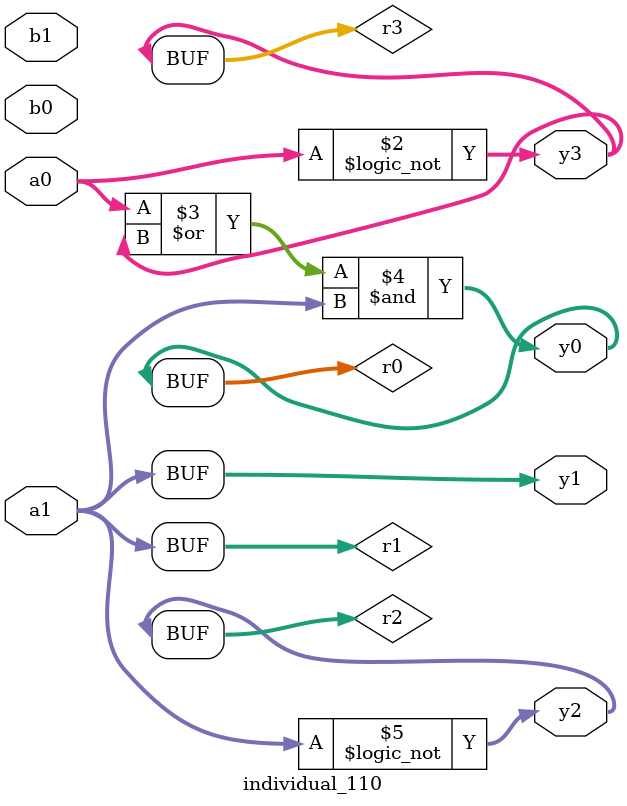
<source format=sv>
module individual_110(input logic [15:0] a1, input logic [15:0] a0, input logic [15:0] b1, input logic [15:0] b0, output logic [15:0] y3, output logic [15:0] y2, output logic [15:0] y1, output logic [15:0] y0);
logic [15:0] r0, r1, r2, r3; 
 always@(*) begin 
	 r0 = a0; r1 = a1; r2 = b0; r3 = b1; 
 	 r3 = ! r0 ;
 	 r0  |=  r3 ;
 	 r0  &=  a1 ;
 	 r2 = ! r1 ;
 	 y3 = r3; y2 = r2; y1 = r1; y0 = r0; 
end
endmodule
</source>
